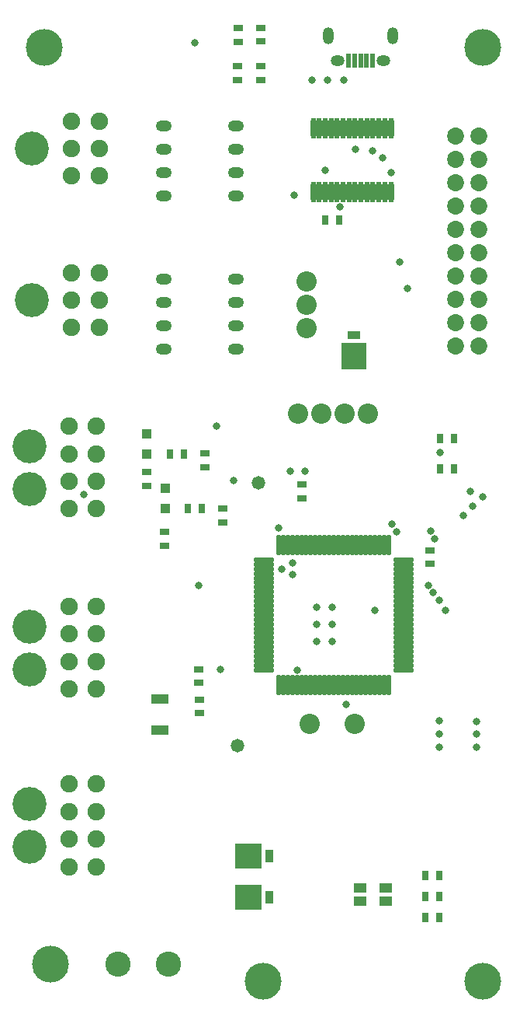
<source format=gts>
G04 Layer_Color=8388736*
%FSLAX44Y44*%
%MOMM*%
G71*
G01*
G75*
%ADD47R,1.0032X0.7032*%
%ADD48R,0.9652X1.4732*%
%ADD49R,2.8702X2.7432*%
%ADD50R,0.7032X1.0032*%
%ADD51R,1.4732X0.9652*%
%ADD52R,2.7432X2.8702*%
%ADD53O,0.5032X2.3032*%
%ADD54O,2.3032X0.5032*%
%ADD55R,1.4032X1.1032*%
%ADD56O,0.6032X2.3032*%
%ADD57R,0.6032X1.5532*%
%ADD58R,1.0032X1.0032*%
%ADD59R,1.9032X1.0032*%
%ADD60C,2.2032*%
%ADD61O,1.7272X1.2192*%
%ADD62C,4.0132*%
%ADD63C,2.7432*%
%ADD64C,1.9032*%
%ADD65C,3.7032*%
%ADD66C,1.8542*%
%ADD67O,1.2032X1.8532*%
%ADD68O,1.5032X1.2032*%
%ADD69C,0.8382*%
%ADD70C,1.4732*%
D47*
X348337Y576208D02*
D03*
Y561208D02*
D03*
X235983Y342233D02*
D03*
Y327233D02*
D03*
X235454Y360161D02*
D03*
Y375161D02*
D03*
X278650Y1058192D02*
D03*
Y1073192D02*
D03*
X302866Y1058577D02*
D03*
Y1073577D02*
D03*
Y1031907D02*
D03*
Y1016907D02*
D03*
X278180Y1031870D02*
D03*
Y1016870D02*
D03*
X487849Y504561D02*
D03*
Y489561D02*
D03*
X178698Y590024D02*
D03*
Y575024D02*
D03*
X242433Y610039D02*
D03*
Y595039D02*
D03*
X198604Y524693D02*
D03*
Y509693D02*
D03*
X262021Y550198D02*
D03*
Y535198D02*
D03*
D48*
X312750Y171277D02*
D03*
Y126998D02*
D03*
D49*
X289255Y171277D02*
D03*
Y126998D02*
D03*
D50*
X513725Y593426D02*
D03*
X498725D02*
D03*
X513755Y626086D02*
D03*
X498755D02*
D03*
X388479Y864166D02*
D03*
X373479D02*
D03*
X497735Y104513D02*
D03*
X482735D02*
D03*
X497735Y127567D02*
D03*
X482735D02*
D03*
X497735Y150621D02*
D03*
X482735D02*
D03*
X219158Y609752D02*
D03*
X204158D02*
D03*
X238806Y550263D02*
D03*
X223806D02*
D03*
D51*
X404434Y739259D02*
D03*
D52*
Y715764D02*
D03*
D53*
X322679Y358282D02*
D03*
X327679D02*
D03*
X332679D02*
D03*
X337679D02*
D03*
X342679D02*
D03*
X347679D02*
D03*
X352679D02*
D03*
X357679D02*
D03*
X362679D02*
D03*
X367679D02*
D03*
X372679D02*
D03*
X377679D02*
D03*
X382679D02*
D03*
X387679D02*
D03*
X392679D02*
D03*
X397679D02*
D03*
X402679D02*
D03*
X407679D02*
D03*
X412679D02*
D03*
X417679D02*
D03*
X422679D02*
D03*
X427679D02*
D03*
X432679D02*
D03*
X437679D02*
D03*
X442679D02*
D03*
Y510282D02*
D03*
X437679D02*
D03*
X432679D02*
D03*
X427679D02*
D03*
X422679D02*
D03*
X417679D02*
D03*
X412679D02*
D03*
X407679D02*
D03*
X402679D02*
D03*
X397679D02*
D03*
X392679D02*
D03*
X387679D02*
D03*
X382679D02*
D03*
X377679D02*
D03*
X372679D02*
D03*
X367679D02*
D03*
X362679D02*
D03*
X357679D02*
D03*
X352679D02*
D03*
X347679D02*
D03*
X342679D02*
D03*
X337679D02*
D03*
X332679D02*
D03*
X327679D02*
D03*
X322679D02*
D03*
D54*
X458679Y374282D02*
D03*
Y379282D02*
D03*
Y384282D02*
D03*
Y389282D02*
D03*
Y394282D02*
D03*
Y399282D02*
D03*
Y404282D02*
D03*
Y409282D02*
D03*
Y414282D02*
D03*
Y419282D02*
D03*
Y424282D02*
D03*
Y429282D02*
D03*
Y434282D02*
D03*
Y439282D02*
D03*
Y444282D02*
D03*
Y449282D02*
D03*
Y454282D02*
D03*
Y459282D02*
D03*
Y464282D02*
D03*
Y469282D02*
D03*
Y474282D02*
D03*
Y479282D02*
D03*
Y484282D02*
D03*
Y489282D02*
D03*
Y494282D02*
D03*
X306679D02*
D03*
Y489282D02*
D03*
Y484282D02*
D03*
Y479282D02*
D03*
Y474282D02*
D03*
Y469282D02*
D03*
Y464282D02*
D03*
Y459282D02*
D03*
Y454282D02*
D03*
Y449282D02*
D03*
Y444282D02*
D03*
Y439282D02*
D03*
Y434282D02*
D03*
Y429282D02*
D03*
Y424282D02*
D03*
Y419282D02*
D03*
Y414282D02*
D03*
Y409282D02*
D03*
Y404282D02*
D03*
Y399282D02*
D03*
Y394282D02*
D03*
Y389282D02*
D03*
Y384282D02*
D03*
Y379282D02*
D03*
Y374282D02*
D03*
D55*
X411522Y136607D02*
D03*
X439522D02*
D03*
X411522Y122107D02*
D03*
X439522D02*
D03*
D56*
X445016Y963890D02*
D03*
X438516D02*
D03*
X432016D02*
D03*
X425516D02*
D03*
X419016D02*
D03*
X412516D02*
D03*
X406016D02*
D03*
X399516D02*
D03*
X393016D02*
D03*
X386516D02*
D03*
X380016D02*
D03*
X373516D02*
D03*
X367016D02*
D03*
X360516D02*
D03*
X445016Y894890D02*
D03*
X438516D02*
D03*
X432016D02*
D03*
X425516D02*
D03*
X419016D02*
D03*
X412516D02*
D03*
X406016D02*
D03*
X399516D02*
D03*
X393016D02*
D03*
X386516D02*
D03*
X380016D02*
D03*
X373516D02*
D03*
X360516D02*
D03*
X367016D02*
D03*
D57*
X425140Y1038125D02*
D03*
X418640D02*
D03*
X399140D02*
D03*
X405640D02*
D03*
X412140D02*
D03*
D58*
X178925Y631723D02*
D03*
Y609723D02*
D03*
X198635Y572407D02*
D03*
Y550407D02*
D03*
D59*
X192933Y308835D02*
D03*
Y342835D02*
D03*
D60*
X353147Y746159D02*
D03*
Y771559D02*
D03*
Y796959D02*
D03*
X344231Y653024D02*
D03*
X369631D02*
D03*
X420431D02*
D03*
X395031D02*
D03*
X356867Y315350D02*
D03*
X405667D02*
D03*
D61*
X197680Y799864D02*
D03*
Y723664D02*
D03*
X276420Y799864D02*
D03*
Y723664D02*
D03*
Y774464D02*
D03*
Y749064D02*
D03*
X197680Y774464D02*
D03*
Y749064D02*
D03*
Y966234D02*
D03*
Y890034D02*
D03*
X276420Y966234D02*
D03*
Y890034D02*
D03*
Y940834D02*
D03*
Y915434D02*
D03*
X197680Y940834D02*
D03*
Y915434D02*
D03*
D62*
X74156Y54240D02*
D03*
X67112Y1051755D02*
D03*
X545047D02*
D03*
X305828Y35371D02*
D03*
X545047D02*
D03*
D63*
X147054Y54240D02*
D03*
X202172D02*
D03*
D64*
X126705Y747004D02*
D03*
Y777004D02*
D03*
Y807004D02*
D03*
X96705D02*
D03*
Y747004D02*
D03*
Y777004D02*
D03*
X93755Y353413D02*
D03*
Y383413D02*
D03*
Y413413D02*
D03*
Y443413D02*
D03*
X123755Y353413D02*
D03*
Y383413D02*
D03*
Y413413D02*
D03*
Y443413D02*
D03*
X126705Y912104D02*
D03*
Y942104D02*
D03*
Y972104D02*
D03*
X96705D02*
D03*
Y912104D02*
D03*
Y942104D02*
D03*
X93755Y549763D02*
D03*
Y579763D02*
D03*
Y609763D02*
D03*
Y639763D02*
D03*
X123755Y549763D02*
D03*
Y579763D02*
D03*
Y609763D02*
D03*
Y639763D02*
D03*
X93755Y160023D02*
D03*
Y190023D02*
D03*
Y220023D02*
D03*
Y250023D02*
D03*
X123755Y160023D02*
D03*
Y190023D02*
D03*
Y220023D02*
D03*
Y250023D02*
D03*
D65*
X53505Y777004D02*
D03*
X50555Y421813D02*
D03*
Y375013D02*
D03*
X53505Y942104D02*
D03*
X50555Y618163D02*
D03*
Y571363D02*
D03*
Y228423D02*
D03*
Y181623D02*
D03*
D66*
X541139Y955764D02*
D03*
X515740D02*
D03*
Y930364D02*
D03*
X541139D02*
D03*
Y879564D02*
D03*
X515740D02*
D03*
Y904964D02*
D03*
X541139D02*
D03*
Y803364D02*
D03*
X515740D02*
D03*
Y777964D02*
D03*
X541139D02*
D03*
Y828764D02*
D03*
X515740D02*
D03*
Y854164D02*
D03*
X541139D02*
D03*
Y727164D02*
D03*
X515740D02*
D03*
Y752564D02*
D03*
X541139D02*
D03*
D67*
X377140Y1065125D02*
D03*
X447140D02*
D03*
D68*
X387140Y1038125D02*
D03*
X437140D02*
D03*
D69*
X446184Y533084D02*
D03*
X351487Y590671D02*
D03*
X335523D02*
D03*
X538210Y290329D02*
D03*
Y304366D02*
D03*
Y318404D02*
D03*
X498211Y290508D02*
D03*
Y304546D02*
D03*
Y318584D02*
D03*
X545574Y562556D02*
D03*
X534686Y552318D02*
D03*
X523798Y542081D02*
D03*
X406614Y941383D02*
D03*
X358721Y1016608D02*
D03*
X393954D02*
D03*
X376357D02*
D03*
X110498Y565079D02*
D03*
X231541Y1057659D02*
D03*
X343032Y374278D02*
D03*
X322753Y529142D02*
D03*
X498755Y611117D02*
D03*
X445415Y916152D02*
D03*
X492862Y516675D02*
D03*
X488792Y525528D02*
D03*
X235707Y466599D02*
D03*
X326389Y483731D02*
D03*
X337892Y477840D02*
D03*
X337679Y491206D02*
D03*
X451655Y524783D02*
D03*
X436360Y932095D02*
D03*
X273598Y580505D02*
D03*
X254707Y640217D02*
D03*
X425065Y939749D02*
D03*
X373487Y918112D02*
D03*
X463384Y790017D02*
D03*
X454664Y818837D02*
D03*
X532077Y568731D02*
D03*
X395897Y336363D02*
D03*
X427446Y439416D02*
D03*
X259238Y374717D02*
D03*
X339281Y890931D02*
D03*
X389513Y878476D02*
D03*
X363772Y442771D02*
D03*
Y424197D02*
D03*
Y405085D02*
D03*
X381000D02*
D03*
Y424197D02*
D03*
Y442771D02*
D03*
X486201Y466473D02*
D03*
X491566Y458597D02*
D03*
X497992Y450101D02*
D03*
X504896Y439486D02*
D03*
D70*
X300325Y577706D02*
D03*
X277687Y291630D02*
D03*
M02*

</source>
